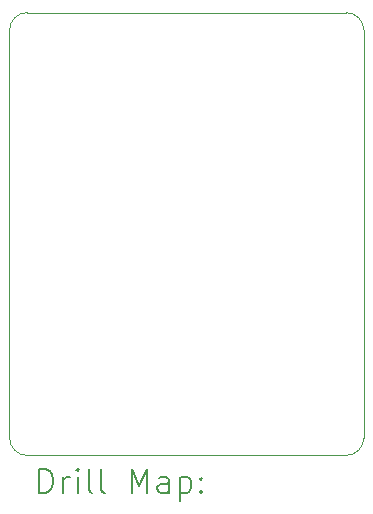
<source format=gbr>
%FSLAX45Y45*%
G04 Gerber Fmt 4.5, Leading zero omitted, Abs format (unit mm)*
G04 Created by KiCad (PCBNEW (6.0.2-0)) date 2022-09-17 18:07:15*
%MOMM*%
%LPD*%
G01*
G04 APERTURE LIST*
%TA.AperFunction,Profile*%
%ADD10C,0.100000*%
%TD*%
%ADD11C,0.200000*%
G04 APERTURE END LIST*
D10*
X11000000Y-11600000D02*
G75*
G03*
X11150000Y-11750000I150000J0D01*
G01*
X11000000Y-8150000D02*
X11000000Y-11600000D01*
X13850000Y-11750000D02*
G75*
G03*
X14000000Y-11600000I0J150000D01*
G01*
X13850000Y-8000000D02*
X11150000Y-8000000D01*
X11150000Y-8000000D02*
G75*
G03*
X11000000Y-8150000I0J-150000D01*
G01*
X14000000Y-11600000D02*
X14000000Y-8150000D01*
X14000000Y-8150000D02*
G75*
G03*
X13850000Y-8000000I-150000J0D01*
G01*
X11150000Y-11750000D02*
X13850000Y-11750000D01*
D11*
X11252619Y-12065476D02*
X11252619Y-11865476D01*
X11300238Y-11865476D01*
X11328809Y-11875000D01*
X11347857Y-11894048D01*
X11357381Y-11913095D01*
X11366905Y-11951190D01*
X11366905Y-11979762D01*
X11357381Y-12017857D01*
X11347857Y-12036905D01*
X11328809Y-12055952D01*
X11300238Y-12065476D01*
X11252619Y-12065476D01*
X11452619Y-12065476D02*
X11452619Y-11932143D01*
X11452619Y-11970238D02*
X11462143Y-11951190D01*
X11471667Y-11941667D01*
X11490714Y-11932143D01*
X11509762Y-11932143D01*
X11576428Y-12065476D02*
X11576428Y-11932143D01*
X11576428Y-11865476D02*
X11566905Y-11875000D01*
X11576428Y-11884524D01*
X11585952Y-11875000D01*
X11576428Y-11865476D01*
X11576428Y-11884524D01*
X11700238Y-12065476D02*
X11681190Y-12055952D01*
X11671667Y-12036905D01*
X11671667Y-11865476D01*
X11805000Y-12065476D02*
X11785952Y-12055952D01*
X11776428Y-12036905D01*
X11776428Y-11865476D01*
X12033571Y-12065476D02*
X12033571Y-11865476D01*
X12100238Y-12008333D01*
X12166905Y-11865476D01*
X12166905Y-12065476D01*
X12347857Y-12065476D02*
X12347857Y-11960714D01*
X12338333Y-11941667D01*
X12319286Y-11932143D01*
X12281190Y-11932143D01*
X12262143Y-11941667D01*
X12347857Y-12055952D02*
X12328809Y-12065476D01*
X12281190Y-12065476D01*
X12262143Y-12055952D01*
X12252619Y-12036905D01*
X12252619Y-12017857D01*
X12262143Y-11998809D01*
X12281190Y-11989286D01*
X12328809Y-11989286D01*
X12347857Y-11979762D01*
X12443095Y-11932143D02*
X12443095Y-12132143D01*
X12443095Y-11941667D02*
X12462143Y-11932143D01*
X12500238Y-11932143D01*
X12519286Y-11941667D01*
X12528809Y-11951190D01*
X12538333Y-11970238D01*
X12538333Y-12027381D01*
X12528809Y-12046428D01*
X12519286Y-12055952D01*
X12500238Y-12065476D01*
X12462143Y-12065476D01*
X12443095Y-12055952D01*
X12624048Y-12046428D02*
X12633571Y-12055952D01*
X12624048Y-12065476D01*
X12614524Y-12055952D01*
X12624048Y-12046428D01*
X12624048Y-12065476D01*
X12624048Y-11941667D02*
X12633571Y-11951190D01*
X12624048Y-11960714D01*
X12614524Y-11951190D01*
X12624048Y-11941667D01*
X12624048Y-11960714D01*
M02*

</source>
